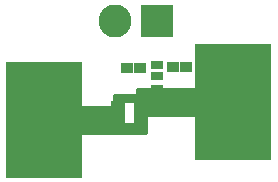
<source format=gts>
G04 #@! TF.FileFunction,Soldermask,Top*
%FSLAX46Y46*%
G04 Gerber Fmt 4.6, Leading zero omitted, Abs format (unit mm)*
G04 Created by KiCad (PCBNEW 4.0.3-stable) date Sun Sep 11 01:35:28 2016*
%MOMM*%
%LPD*%
G01*
G04 APERTURE LIST*
%ADD10C,0.100000*%
%ADD11R,1.000000X0.900000*%
%ADD12R,1.000000X0.800000*%
%ADD13C,2.800000*%
%ADD14R,2.800000X2.800000*%
%ADD15R,6.400000X1.400000*%
%ADD16R,6.400000X4.400000*%
%ADD17R,1.149300X0.798780*%
%ADD18C,0.254000*%
G04 APERTURE END LIST*
D10*
D11*
X142850000Y-104000000D03*
X141750000Y-104000000D03*
X148850000Y-99500000D03*
X149950000Y-99500000D03*
X146100000Y-99600000D03*
X145000000Y-99600000D03*
X150000000Y-102500000D03*
X148900000Y-102500000D03*
D12*
X147500000Y-101400000D03*
X147500000Y-102300000D03*
D13*
X144000000Y-95600000D03*
D14*
X147500000Y-95600000D03*
D12*
X147500000Y-99400000D03*
X147500000Y-100300000D03*
D15*
X138000000Y-104000000D03*
D16*
X138000000Y-106700000D03*
X138000000Y-101300000D03*
D17*
X144250000Y-102750000D03*
X144250000Y-103400240D03*
X144250000Y-104050480D03*
X146149920Y-104050480D03*
X146149920Y-103400240D03*
X146149920Y-102750000D03*
D15*
X154000000Y-102500000D03*
D16*
X154000000Y-99800000D03*
X154000000Y-105200000D03*
D18*
G36*
X143623000Y-105082913D02*
X135681712Y-102877000D01*
X143623000Y-102877000D01*
X143623000Y-105082913D01*
X143623000Y-105082913D01*
G37*
X143623000Y-105082913D02*
X135681712Y-102877000D01*
X143623000Y-102877000D01*
X143623000Y-105082913D01*
G36*
X143623000Y-105123000D02*
X140877000Y-105123000D01*
X140877000Y-104627000D01*
X143623000Y-104627000D01*
X143623000Y-105123000D01*
X143623000Y-105123000D01*
G37*
X143623000Y-105123000D02*
X140877000Y-105123000D01*
X140877000Y-104627000D01*
X143623000Y-104627000D01*
X143623000Y-105123000D01*
G36*
X151123000Y-103623000D02*
X145877000Y-103623000D01*
X145877000Y-101865978D01*
X151123000Y-101389069D01*
X151123000Y-103623000D01*
X151123000Y-103623000D01*
G37*
X151123000Y-103623000D02*
X145877000Y-103623000D01*
X145877000Y-101865978D01*
X151123000Y-101389069D01*
X151123000Y-103623000D01*
G36*
X150873000Y-101628904D02*
X148432052Y-101745140D01*
X150873000Y-101396433D01*
X150873000Y-101628904D01*
X150873000Y-101628904D01*
G37*
X150873000Y-101628904D02*
X148432052Y-101745140D01*
X150873000Y-101396433D01*
X150873000Y-101628904D01*
G36*
X150873000Y-101878904D02*
X145877000Y-102116809D01*
X145877000Y-101377000D01*
X150873000Y-101377000D01*
X150873000Y-101878904D01*
X150873000Y-101878904D01*
G37*
X150873000Y-101878904D02*
X145877000Y-102116809D01*
X145877000Y-101377000D01*
X150873000Y-101377000D01*
X150873000Y-101878904D01*
G36*
X146623000Y-105123000D02*
X143377000Y-105123000D01*
X143377000Y-104377000D01*
X146623000Y-104377000D01*
X146623000Y-105123000D01*
X146623000Y-105123000D01*
G37*
X146623000Y-105123000D02*
X143377000Y-105123000D01*
X143377000Y-104377000D01*
X146623000Y-104377000D01*
X146623000Y-105123000D01*
G36*
X145873000Y-102373000D02*
X143877000Y-102373000D01*
X143877000Y-101877000D01*
X145873000Y-101877000D01*
X145873000Y-102373000D01*
X145873000Y-102373000D01*
G37*
X145873000Y-102373000D02*
X143877000Y-102373000D01*
X143877000Y-101877000D01*
X145873000Y-101877000D01*
X145873000Y-102373000D01*
M02*

</source>
